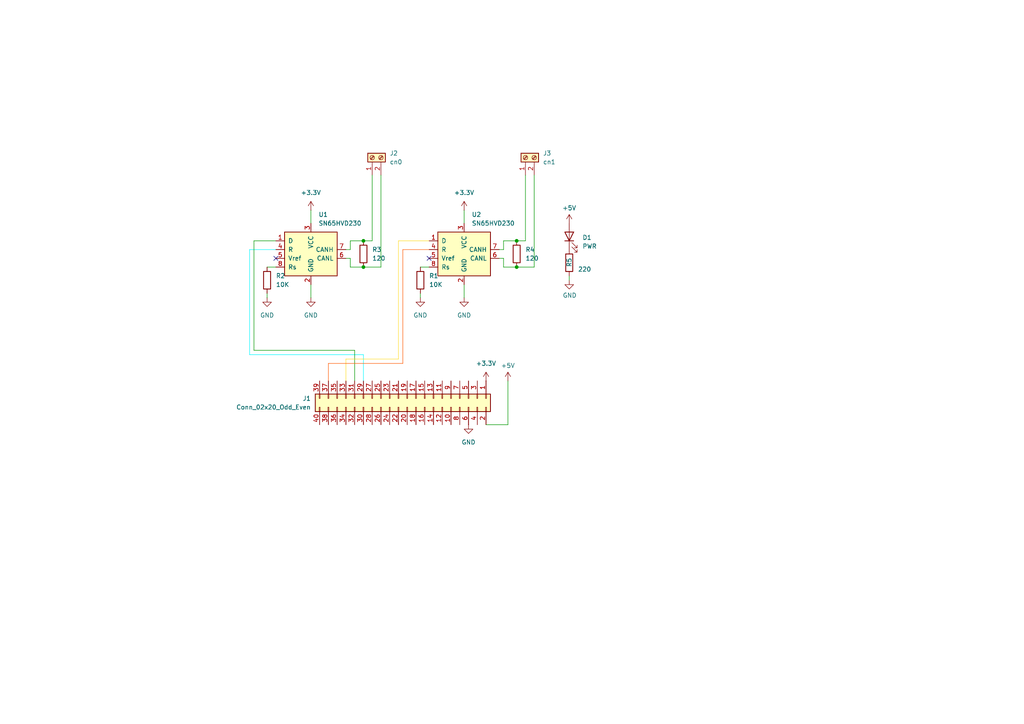
<source format=kicad_sch>
(kicad_sch
	(version 20231120)
	(generator "eeschema")
	(generator_version "8.0")
	(uuid "2f32464a-a39e-47b6-be06-5114910e0243")
	(paper "A4")
	(lib_symbols
		(symbol "+5V_1"
			(power)
			(pin_names
				(offset 0)
			)
			(exclude_from_sim no)
			(in_bom yes)
			(on_board yes)
			(property "Reference" "#PWR"
				(at 0 -3.81 0)
				(effects
					(font
						(size 1.27 1.27)
					)
					(hide yes)
				)
			)
			(property "Value" "+5V_1"
				(at 0 3.556 0)
				(effects
					(font
						(size 1.27 1.27)
					)
				)
			)
			(property "Footprint" ""
				(at 0 0 0)
				(effects
					(font
						(size 1.27 1.27)
					)
					(hide yes)
				)
			)
			(property "Datasheet" ""
				(at 0 0 0)
				(effects
					(font
						(size 1.27 1.27)
					)
					(hide yes)
				)
			)
			(property "Description" "Power symbol creates a global label with name \"+5V\""
				(at 0 0 0)
				(effects
					(font
						(size 1.27 1.27)
					)
					(hide yes)
				)
			)
			(property "ki_keywords" "global power"
				(at 0 0 0)
				(effects
					(font
						(size 1.27 1.27)
					)
					(hide yes)
				)
			)
			(symbol "+5V_1_0_1"
				(polyline
					(pts
						(xy -0.762 1.27) (xy 0 2.54)
					)
					(stroke
						(width 0)
						(type default)
					)
					(fill
						(type none)
					)
				)
				(polyline
					(pts
						(xy 0 0) (xy 0 2.54)
					)
					(stroke
						(width 0)
						(type default)
					)
					(fill
						(type none)
					)
				)
				(polyline
					(pts
						(xy 0 2.54) (xy 0.762 1.27)
					)
					(stroke
						(width 0)
						(type default)
					)
					(fill
						(type none)
					)
				)
			)
			(symbol "+5V_1_1_1"
				(pin power_in line
					(at 0 0 90)
					(length 0) hide
					(name "+5V"
						(effects
							(font
								(size 1.27 1.27)
							)
						)
					)
					(number "1"
						(effects
							(font
								(size 1.27 1.27)
							)
						)
					)
				)
			)
		)
		(symbol "Connector:Screw_Terminal_01x02"
			(pin_names
				(offset 1.016) hide)
			(exclude_from_sim no)
			(in_bom yes)
			(on_board yes)
			(property "Reference" "J"
				(at 0 2.54 0)
				(effects
					(font
						(size 1.27 1.27)
					)
				)
			)
			(property "Value" "Screw_Terminal_01x02"
				(at 0 -5.08 0)
				(effects
					(font
						(size 1.27 1.27)
					)
				)
			)
			(property "Footprint" ""
				(at 0 0 0)
				(effects
					(font
						(size 1.27 1.27)
					)
					(hide yes)
				)
			)
			(property "Datasheet" "~"
				(at 0 0 0)
				(effects
					(font
						(size 1.27 1.27)
					)
					(hide yes)
				)
			)
			(property "Description" "Generic screw terminal, single row, 01x02, script generated (kicad-library-utils/schlib/autogen/connector/)"
				(at 0 0 0)
				(effects
					(font
						(size 1.27 1.27)
					)
					(hide yes)
				)
			)
			(property "ki_keywords" "screw terminal"
				(at 0 0 0)
				(effects
					(font
						(size 1.27 1.27)
					)
					(hide yes)
				)
			)
			(property "ki_fp_filters" "TerminalBlock*:*"
				(at 0 0 0)
				(effects
					(font
						(size 1.27 1.27)
					)
					(hide yes)
				)
			)
			(symbol "Screw_Terminal_01x02_1_1"
				(rectangle
					(start -1.27 1.27)
					(end 1.27 -3.81)
					(stroke
						(width 0.254)
						(type default)
					)
					(fill
						(type background)
					)
				)
				(circle
					(center 0 -2.54)
					(radius 0.635)
					(stroke
						(width 0.1524)
						(type default)
					)
					(fill
						(type none)
					)
				)
				(polyline
					(pts
						(xy -0.5334 -2.2098) (xy 0.3302 -3.048)
					)
					(stroke
						(width 0.1524)
						(type default)
					)
					(fill
						(type none)
					)
				)
				(polyline
					(pts
						(xy -0.5334 0.3302) (xy 0.3302 -0.508)
					)
					(stroke
						(width 0.1524)
						(type default)
					)
					(fill
						(type none)
					)
				)
				(polyline
					(pts
						(xy -0.3556 -2.032) (xy 0.508 -2.8702)
					)
					(stroke
						(width 0.1524)
						(type default)
					)
					(fill
						(type none)
					)
				)
				(polyline
					(pts
						(xy -0.3556 0.508) (xy 0.508 -0.3302)
					)
					(stroke
						(width 0.1524)
						(type default)
					)
					(fill
						(type none)
					)
				)
				(circle
					(center 0 0)
					(radius 0.635)
					(stroke
						(width 0.1524)
						(type default)
					)
					(fill
						(type none)
					)
				)
				(pin passive line
					(at -5.08 0 0)
					(length 3.81)
					(name "Pin_1"
						(effects
							(font
								(size 1.27 1.27)
							)
						)
					)
					(number "1"
						(effects
							(font
								(size 1.27 1.27)
							)
						)
					)
				)
				(pin passive line
					(at -5.08 -2.54 0)
					(length 3.81)
					(name "Pin_2"
						(effects
							(font
								(size 1.27 1.27)
							)
						)
					)
					(number "2"
						(effects
							(font
								(size 1.27 1.27)
							)
						)
					)
				)
			)
		)
		(symbol "Connector_Generic:Conn_02x20_Odd_Even"
			(pin_names
				(offset 1.016) hide)
			(exclude_from_sim no)
			(in_bom yes)
			(on_board yes)
			(property "Reference" "J"
				(at 1.27 25.4 0)
				(effects
					(font
						(size 1.27 1.27)
					)
				)
			)
			(property "Value" "Conn_02x20_Odd_Even"
				(at 1.27 -27.94 0)
				(effects
					(font
						(size 1.27 1.27)
					)
				)
			)
			(property "Footprint" ""
				(at 0 0 0)
				(effects
					(font
						(size 1.27 1.27)
					)
					(hide yes)
				)
			)
			(property "Datasheet" "~"
				(at 0 0 0)
				(effects
					(font
						(size 1.27 1.27)
					)
					(hide yes)
				)
			)
			(property "Description" "Generic connector, double row, 02x20, odd/even pin numbering scheme (row 1 odd numbers, row 2 even numbers), script generated (kicad-library-utils/schlib/autogen/connector/)"
				(at 0 0 0)
				(effects
					(font
						(size 1.27 1.27)
					)
					(hide yes)
				)
			)
			(property "ki_keywords" "connector"
				(at 0 0 0)
				(effects
					(font
						(size 1.27 1.27)
					)
					(hide yes)
				)
			)
			(property "ki_fp_filters" "Connector*:*_2x??_*"
				(at 0 0 0)
				(effects
					(font
						(size 1.27 1.27)
					)
					(hide yes)
				)
			)
			(symbol "Conn_02x20_Odd_Even_1_1"
				(rectangle
					(start -1.27 -25.273)
					(end 0 -25.527)
					(stroke
						(width 0.1524)
						(type default)
					)
					(fill
						(type none)
					)
				)
				(rectangle
					(start -1.27 -22.733)
					(end 0 -22.987)
					(stroke
						(width 0.1524)
						(type default)
					)
					(fill
						(type none)
					)
				)
				(rectangle
					(start -1.27 -20.193)
					(end 0 -20.447)
					(stroke
						(width 0.1524)
						(type default)
					)
					(fill
						(type none)
					)
				)
				(rectangle
					(start -1.27 -17.653)
					(end 0 -17.907)
					(stroke
						(width 0.1524)
						(type default)
					)
					(fill
						(type none)
					)
				)
				(rectangle
					(start -1.27 -15.113)
					(end 0 -15.367)
					(stroke
						(width 0.1524)
						(type default)
					)
					(fill
						(type none)
					)
				)
				(rectangle
					(start -1.27 -12.573)
					(end 0 -12.827)
					(stroke
						(width 0.1524)
						(type default)
					)
					(fill
						(type none)
					)
				)
				(rectangle
					(start -1.27 -10.033)
					(end 0 -10.287)
					(stroke
						(width 0.1524)
						(type default)
					)
					(fill
						(type none)
					)
				)
				(rectangle
					(start -1.27 -7.493)
					(end 0 -7.747)
					(stroke
						(width 0.1524)
						(type default)
					)
					(fill
						(type none)
					)
				)
				(rectangle
					(start -1.27 -4.953)
					(end 0 -5.207)
					(stroke
						(width 0.1524)
						(type default)
					)
					(fill
						(type none)
					)
				)
				(rectangle
					(start -1.27 -2.413)
					(end 0 -2.667)
					(stroke
						(width 0.1524)
						(type default)
					)
					(fill
						(type none)
					)
				)
				(rectangle
					(start -1.27 0.127)
					(end 0 -0.127)
					(stroke
						(width 0.1524)
						(type default)
					)
					(fill
						(type none)
					)
				)
				(rectangle
					(start -1.27 2.667)
					(end 0 2.413)
					(stroke
						(width 0.1524)
						(type default)
					)
					(fill
						(type none)
					)
				)
				(rectangle
					(start -1.27 5.207)
					(end 0 4.953)
					(stroke
						(width 0.1524)
						(type default)
					)
					(fill
						(type none)
					)
				)
				(rectangle
					(start -1.27 7.747)
					(end 0 7.493)
					(stroke
						(width 0.1524)
						(type default)
					)
					(fill
						(type none)
					)
				)
				(rectangle
					(start -1.27 10.287)
					(end 0 10.033)
					(stroke
						(width 0.1524)
						(type default)
					)
					(fill
						(type none)
					)
				)
				(rectangle
					(start -1.27 12.827)
					(end 0 12.573)
					(stroke
						(width 0.1524)
						(type default)
					)
					(fill
						(type none)
					)
				)
				(rectangle
					(start -1.27 15.367)
					(end 0 15.113)
					(stroke
						(width 0.1524)
						(type default)
					)
					(fill
						(type none)
					)
				)
				(rectangle
					(start -1.27 17.907)
					(end 0 17.653)
					(stroke
						(width 0.1524)
						(type default)
					)
					(fill
						(type none)
					)
				)
				(rectangle
					(start -1.27 20.447)
					(end 0 20.193)
					(stroke
						(width 0.1524)
						(type default)
					)
					(fill
						(type none)
					)
				)
				(rectangle
					(start -1.27 22.987)
					(end 0 22.733)
					(stroke
						(width 0.1524)
						(type default)
					)
					(fill
						(type none)
					)
				)
				(rectangle
					(start -1.27 24.13)
					(end 3.81 -26.67)
					(stroke
						(width 0.254)
						(type default)
					)
					(fill
						(type background)
					)
				)
				(rectangle
					(start 3.81 -25.273)
					(end 2.54 -25.527)
					(stroke
						(width 0.1524)
						(type default)
					)
					(fill
						(type none)
					)
				)
				(rectangle
					(start 3.81 -22.733)
					(end 2.54 -22.987)
					(stroke
						(width 0.1524)
						(type default)
					)
					(fill
						(type none)
					)
				)
				(rectangle
					(start 3.81 -20.193)
					(end 2.54 -20.447)
					(stroke
						(width 0.1524)
						(type default)
					)
					(fill
						(type none)
					)
				)
				(rectangle
					(start 3.81 -17.653)
					(end 2.54 -17.907)
					(stroke
						(width 0.1524)
						(type default)
					)
					(fill
						(type none)
					)
				)
				(rectangle
					(start 3.81 -15.113)
					(end 2.54 -15.367)
					(stroke
						(width 0.1524)
						(type default)
					)
					(fill
						(type none)
					)
				)
				(rectangle
					(start 3.81 -12.573)
					(end 2.54 -12.827)
					(stroke
						(width 0.1524)
						(type default)
					)
					(fill
						(type none)
					)
				)
				(rectangle
					(start 3.81 -10.033)
					(end 2.54 -10.287)
					(stroke
						(width 0.1524)
						(type default)
					)
					(fill
						(type none)
					)
				)
				(rectangle
					(start 3.81 -7.493)
					(end 2.54 -7.747)
					(stroke
						(width 0.1524)
						(type default)
					)
					(fill
						(type none)
					)
				)
				(rectangle
					(start 3.81 -4.953)
					(end 2.54 -5.207)
					(stroke
						(width 0.1524)
						(type default)
					)
					(fill
						(type none)
					)
				)
				(rectangle
					(start 3.81 -2.413)
					(end 2.54 -2.667)
					(stroke
						(width 0.1524)
						(type default)
					)
					(fill
						(type none)
					)
				)
				(rectangle
					(start 3.81 0.127)
					(end 2.54 -0.127)
					(stroke
						(width 0.1524)
						(type default)
					)
					(fill
						(type none)
					)
				)
				(rectangle
					(start 3.81 2.667)
					(end 2.54 2.413)
					(stroke
						(width 0.1524)
						(type default)
					)
					(fill
						(type none)
					)
				)
				(rectangle
					(start 3.81 5.207)
					(end 2.54 4.953)
					(stroke
						(width 0.1524)
						(type default)
					)
					(fill
						(type none)
					)
				)
				(rectangle
					(start 3.81 7.747)
					(end 2.54 7.493)
					(stroke
						(width 0.1524)
						(type default)
					)
					(fill
						(type none)
					)
				)
				(rectangle
					(start 3.81 10.287)
					(end 2.54 10.033)
					(stroke
						(width 0.1524)
						(type default)
					)
					(fill
						(type none)
					)
				)
				(rectangle
					(start 3.81 12.827)
					(end 2.54 12.573)
					(stroke
						(width 0.1524)
						(type default)
					)
					(fill
						(type none)
					)
				)
				(rectangle
					(start 3.81 15.367)
					(end 2.54 15.113)
					(stroke
						(width 0.1524)
						(type default)
					)
					(fill
						(type none)
					)
				)
				(rectangle
					(start 3.81 17.907)
					(end 2.54 17.653)
					(stroke
						(width 0.1524)
						(type default)
					)
					(fill
						(type none)
					)
				)
				(rectangle
					(start 3.81 20.447)
					(end 2.54 20.193)
					(stroke
						(width 0.1524)
						(type default)
					)
					(fill
						(type none)
					)
				)
				(rectangle
					(start 3.81 22.987)
					(end 2.54 22.733)
					(stroke
						(width 0.1524)
						(type default)
					)
					(fill
						(type none)
					)
				)
				(pin passive line
					(at -5.08 22.86 0)
					(length 3.81)
					(name "Pin_1"
						(effects
							(font
								(size 1.27 1.27)
							)
						)
					)
					(number "1"
						(effects
							(font
								(size 1.27 1.27)
							)
						)
					)
				)
				(pin passive line
					(at 7.62 12.7 180)
					(length 3.81)
					(name "Pin_10"
						(effects
							(font
								(size 1.27 1.27)
							)
						)
					)
					(number "10"
						(effects
							(font
								(size 1.27 1.27)
							)
						)
					)
				)
				(pin passive line
					(at -5.08 10.16 0)
					(length 3.81)
					(name "Pin_11"
						(effects
							(font
								(size 1.27 1.27)
							)
						)
					)
					(number "11"
						(effects
							(font
								(size 1.27 1.27)
							)
						)
					)
				)
				(pin passive line
					(at 7.62 10.16 180)
					(length 3.81)
					(name "Pin_12"
						(effects
							(font
								(size 1.27 1.27)
							)
						)
					)
					(number "12"
						(effects
							(font
								(size 1.27 1.27)
							)
						)
					)
				)
				(pin passive line
					(at -5.08 7.62 0)
					(length 3.81)
					(name "Pin_13"
						(effects
							(font
								(size 1.27 1.27)
							)
						)
					)
					(number "13"
						(effects
							(font
								(size 1.27 1.27)
							)
						)
					)
				)
				(pin passive line
					(at 7.62 7.62 180)
					(length 3.81)
					(name "Pin_14"
						(effects
							(font
								(size 1.27 1.27)
							)
						)
					)
					(number "14"
						(effects
							(font
								(size 1.27 1.27)
							)
						)
					)
				)
				(pin passive line
					(at -5.08 5.08 0)
					(length 3.81)
					(name "Pin_15"
						(effects
							(font
								(size 1.27 1.27)
							)
						)
					)
					(number "15"
						(effects
							(font
								(size 1.27 1.27)
							)
						)
					)
				)
				(pin passive line
					(at 7.62 5.08 180)
					(length 3.81)
					(name "Pin_16"
						(effects
							(font
								(size 1.27 1.27)
							)
						)
					)
					(number "16"
						(effects
							(font
								(size 1.27 1.27)
							)
						)
					)
				)
				(pin passive line
					(at -5.08 2.54 0)
					(length 3.81)
					(name "Pin_17"
						(effects
							(font
								(size 1.27 1.27)
							)
						)
					)
					(number "17"
						(effects
							(font
								(size 1.27 1.27)
							)
						)
					)
				)
				(pin passive line
					(at 7.62 2.54 180)
					(length 3.81)
					(name "Pin_18"
						(effects
							(font
								(size 1.27 1.27)
							)
						)
					)
					(number "18"
						(effects
							(font
								(size 1.27 1.27)
							)
						)
					)
				)
				(pin passive line
					(at -5.08 0 0)
					(length 3.81)
					(name "Pin_19"
						(effects
							(font
								(size 1.27 1.27)
							)
						)
					)
					(number "19"
						(effects
							(font
								(size 1.27 1.27)
							)
						)
					)
				)
				(pin passive line
					(at 7.62 22.86 180)
					(length 3.81)
					(name "Pin_2"
						(effects
							(font
								(size 1.27 1.27)
							)
						)
					)
					(number "2"
						(effects
							(font
								(size 1.27 1.27)
							)
						)
					)
				)
				(pin passive line
					(at 7.62 0 180)
					(length 3.81)
					(name "Pin_20"
						(effects
							(font
								(size 1.27 1.27)
							)
						)
					)
					(number "20"
						(effects
							(font
								(size 1.27 1.27)
							)
						)
					)
				)
				(pin passive line
					(at -5.08 -2.54 0)
					(length 3.81)
					(name "Pin_21"
						(effects
							(font
								(size 1.27 1.27)
							)
						)
					)
					(number "21"
						(effects
							(font
								(size 1.27 1.27)
							)
						)
					)
				)
				(pin passive line
					(at 7.62 -2.54 180)
					(length 3.81)
					(name "Pin_22"
						(effects
							(font
								(size 1.27 1.27)
							)
						)
					)
					(number "22"
						(effects
							(font
								(size 1.27 1.27)
							)
						)
					)
				)
				(pin passive line
					(at -5.08 -5.08 0)
					(length 3.81)
					(name "Pin_23"
						(effects
							(font
								(size 1.27 1.27)
							)
						)
					)
					(number "23"
						(effects
							(font
								(size 1.27 1.27)
							)
						)
					)
				)
				(pin passive line
					(at 7.62 -5.08 180)
					(length 3.81)
					(name "Pin_24"
						(effects
							(font
								(size 1.27 1.27)
							)
						)
					)
					(number "24"
						(effects
							(font
								(size 1.27 1.27)
							)
						)
					)
				)
				(pin passive line
					(at -5.08 -7.62 0)
					(length 3.81)
					(name "Pin_25"
						(effects
							(font
								(size 1.27 1.27)
							)
						)
					)
					(number "25"
						(effects
							(font
								(size 1.27 1.27)
							)
						)
					)
				)
				(pin passive line
					(at 7.62 -7.62 180)
					(length 3.81)
					(name "Pin_26"
						(effects
							(font
								(size 1.27 1.27)
							)
						)
					)
					(number "26"
						(effects
							(font
								(size 1.27 1.27)
							)
						)
					)
				)
				(pin passive line
					(at -5.08 -10.16 0)
					(length 3.81)
					(name "Pin_27"
						(effects
							(font
								(size 1.27 1.27)
							)
						)
					)
					(number "27"
						(effects
							(font
								(size 1.27 1.27)
							)
						)
					)
				)
				(pin passive line
					(at 7.62 -10.16 180)
					(length 3.81)
					(name "Pin_28"
						(effects
							(font
								(size 1.27 1.27)
							)
						)
					)
					(number "28"
						(effects
							(font
								(size 1.27 1.27)
							)
						)
					)
				)
				(pin passive line
					(at -5.08 -12.7 0)
					(length 3.81)
					(name "Pin_29"
						(effects
							(font
								(size 1.27 1.27)
							)
						)
					)
					(number "29"
						(effects
							(font
								(size 1.27 1.27)
							)
						)
					)
				)
				(pin passive line
					(at -5.08 20.32 0)
					(length 3.81)
					(name "Pin_3"
						(effects
							(font
								(size 1.27 1.27)
							)
						)
					)
					(number "3"
						(effects
							(font
								(size 1.27 1.27)
							)
						)
					)
				)
				(pin passive line
					(at 7.62 -12.7 180)
					(length 3.81)
					(name "Pin_30"
						(effects
							(font
								(size 1.27 1.27)
							)
						)
					)
					(number "30"
						(effects
							(font
								(size 1.27 1.27)
							)
						)
					)
				)
				(pin passive line
					(at -5.08 -15.24 0)
					(length 3.81)
					(name "Pin_31"
						(effects
							(font
								(size 1.27 1.27)
							)
						)
					)
					(number "31"
						(effects
							(font
								(size 1.27 1.27)
							)
						)
					)
				)
				(pin passive line
					(at 7.62 -15.24 180)
					(length 3.81)
					(name "Pin_32"
						(effects
							(font
								(size 1.27 1.27)
							)
						)
					)
					(number "32"
						(effects
							(font
								(size 1.27 1.27)
							)
						)
					)
				)
				(pin passive line
					(at -5.08 -17.78 0)
					(length 3.81)
					(name "Pin_33"
						(effects
							(font
								(size 1.27 1.27)
							)
						)
					)
					(number "33"
						(effects
							(font
								(size 1.27 1.27)
							)
						)
					)
				)
				(pin passive line
					(at 7.62 -17.78 180)
					(length 3.81)
					(name "Pin_34"
						(effects
							(font
								(size 1.27 1.27)
							)
						)
					)
					(number "34"
						(effects
							(font
								(size 1.27 1.27)
							)
						)
					)
				)
				(pin passive line
					(at -5.08 -20.32 0)
					(length 3.81)
					(name "Pin_35"
						(effects
							(font
								(size 1.27 1.27)
							)
						)
					)
					(number "35"
						(effects
							(font
								(size 1.27 1.27)
							)
						)
					)
				)
				(pin passive line
					(at 7.62 -20.32 180)
					(length 3.81)
					(name "Pin_36"
						(effects
							(font
								(size 1.27 1.27)
							)
						)
					)
					(number "36"
						(effects
							(font
								(size 1.27 1.27)
							)
						)
					)
				)
				(pin passive line
					(at -5.08 -22.86 0)
					(length 3.81)
					(name "Pin_37"
						(effects
							(font
								(size 1.27 1.27)
							)
						)
					)
					(number "37"
						(effects
							(font
								(size 1.27 1.27)
							)
						)
					)
				)
				(pin passive line
					(at 7.62 -22.86 180)
					(length 3.81)
					(name "Pin_38"
						(effects
							(font
								(size 1.27 1.27)
							)
						)
					)
					(number "38"
						(effects
							(font
								(size 1.27 1.27)
							)
						)
					)
				)
				(pin passive line
					(at -5.08 -25.4 0)
					(length 3.81)
					(name "Pin_39"
						(effects
							(font
								(size 1.27 1.27)
							)
						)
					)
					(number "39"
						(effects
							(font
								(size 1.27 1.27)
							)
						)
					)
				)
				(pin passive line
					(at 7.62 20.32 180)
					(length 3.81)
					(name "Pin_4"
						(effects
							(font
								(size 1.27 1.27)
							)
						)
					)
					(number "4"
						(effects
							(font
								(size 1.27 1.27)
							)
						)
					)
				)
				(pin passive line
					(at 7.62 -25.4 180)
					(length 3.81)
					(name "Pin_40"
						(effects
							(font
								(size 1.27 1.27)
							)
						)
					)
					(number "40"
						(effects
							(font
								(size 1.27 1.27)
							)
						)
					)
				)
				(pin passive line
					(at -5.08 17.78 0)
					(length 3.81)
					(name "Pin_5"
						(effects
							(font
								(size 1.27 1.27)
							)
						)
					)
					(number "5"
						(effects
							(font
								(size 1.27 1.27)
							)
						)
					)
				)
				(pin passive line
					(at 7.62 17.78 180)
					(length 3.81)
					(name "Pin_6"
						(effects
							(font
								(size 1.27 1.27)
							)
						)
					)
					(number "6"
						(effects
							(font
								(size 1.27 1.27)
							)
						)
					)
				)
				(pin passive line
					(at -5.08 15.24 0)
					(length 3.81)
					(name "Pin_7"
						(effects
							(font
								(size 1.27 1.27)
							)
						)
					)
					(number "7"
						(effects
							(font
								(size 1.27 1.27)
							)
						)
					)
				)
				(pin passive line
					(at 7.62 15.24 180)
					(length 3.81)
					(name "Pin_8"
						(effects
							(font
								(size 1.27 1.27)
							)
						)
					)
					(number "8"
						(effects
							(font
								(size 1.27 1.27)
							)
						)
					)
				)
				(pin passive line
					(at -5.08 12.7 0)
					(length 3.81)
					(name "Pin_9"
						(effects
							(font
								(size 1.27 1.27)
							)
						)
					)
					(number "9"
						(effects
							(font
								(size 1.27 1.27)
							)
						)
					)
				)
			)
		)
		(symbol "Device:LED"
			(pin_numbers hide)
			(pin_names
				(offset 1.016) hide)
			(exclude_from_sim no)
			(in_bom yes)
			(on_board yes)
			(property "Reference" "D"
				(at 0 2.54 0)
				(effects
					(font
						(size 1.27 1.27)
					)
				)
			)
			(property "Value" "LED"
				(at 0 -2.54 0)
				(effects
					(font
						(size 1.27 1.27)
					)
				)
			)
			(property "Footprint" ""
				(at 0 0 0)
				(effects
					(font
						(size 1.27 1.27)
					)
					(hide yes)
				)
			)
			(property "Datasheet" "~"
				(at 0 0 0)
				(effects
					(font
						(size 1.27 1.27)
					)
					(hide yes)
				)
			)
			(property "Description" "Light emitting diode"
				(at 0 0 0)
				(effects
					(font
						(size 1.27 1.27)
					)
					(hide yes)
				)
			)
			(property "ki_keywords" "LED diode"
				(at 0 0 0)
				(effects
					(font
						(size 1.27 1.27)
					)
					(hide yes)
				)
			)
			(property "ki_fp_filters" "LED* LED_SMD:* LED_THT:*"
				(at 0 0 0)
				(effects
					(font
						(size 1.27 1.27)
					)
					(hide yes)
				)
			)
			(symbol "LED_0_1"
				(polyline
					(pts
						(xy -1.27 -1.27) (xy -1.27 1.27)
					)
					(stroke
						(width 0.254)
						(type default)
					)
					(fill
						(type none)
					)
				)
				(polyline
					(pts
						(xy -1.27 0) (xy 1.27 0)
					)
					(stroke
						(width 0)
						(type default)
					)
					(fill
						(type none)
					)
				)
				(polyline
					(pts
						(xy 1.27 -1.27) (xy 1.27 1.27) (xy -1.27 0) (xy 1.27 -1.27)
					)
					(stroke
						(width 0.254)
						(type default)
					)
					(fill
						(type none)
					)
				)
				(polyline
					(pts
						(xy -3.048 -0.762) (xy -4.572 -2.286) (xy -3.81 -2.286) (xy -4.572 -2.286) (xy -4.572 -1.524)
					)
					(stroke
						(width 0)
						(type default)
					)
					(fill
						(type none)
					)
				)
				(polyline
					(pts
						(xy -1.778 -0.762) (xy -3.302 -2.286) (xy -2.54 -2.286) (xy -3.302 -2.286) (xy -3.302 -1.524)
					)
					(stroke
						(width 0)
						(type default)
					)
					(fill
						(type none)
					)
				)
			)
			(symbol "LED_1_1"
				(pin passive line
					(at -3.81 0 0)
					(length 2.54)
					(name "K"
						(effects
							(font
								(size 1.27 1.27)
							)
						)
					)
					(number "1"
						(effects
							(font
								(size 1.27 1.27)
							)
						)
					)
				)
				(pin passive line
					(at 3.81 0 180)
					(length 2.54)
					(name "A"
						(effects
							(font
								(size 1.27 1.27)
							)
						)
					)
					(number "2"
						(effects
							(font
								(size 1.27 1.27)
							)
						)
					)
				)
			)
		)
		(symbol "Device:R"
			(pin_numbers hide)
			(pin_names
				(offset 0)
			)
			(exclude_from_sim no)
			(in_bom yes)
			(on_board yes)
			(property "Reference" "R"
				(at 2.032 0 90)
				(effects
					(font
						(size 1.27 1.27)
					)
				)
			)
			(property "Value" "R"
				(at 0 0 90)
				(effects
					(font
						(size 1.27 1.27)
					)
				)
			)
			(property "Footprint" ""
				(at -1.778 0 90)
				(effects
					(font
						(size 1.27 1.27)
					)
					(hide yes)
				)
			)
			(property "Datasheet" "~"
				(at 0 0 0)
				(effects
					(font
						(size 1.27 1.27)
					)
					(hide yes)
				)
			)
			(property "Description" "Resistor"
				(at 0 0 0)
				(effects
					(font
						(size 1.27 1.27)
					)
					(hide yes)
				)
			)
			(property "ki_keywords" "R res resistor"
				(at 0 0 0)
				(effects
					(font
						(size 1.27 1.27)
					)
					(hide yes)
				)
			)
			(property "ki_fp_filters" "R_*"
				(at 0 0 0)
				(effects
					(font
						(size 1.27 1.27)
					)
					(hide yes)
				)
			)
			(symbol "R_0_1"
				(rectangle
					(start -1.016 -2.54)
					(end 1.016 2.54)
					(stroke
						(width 0.254)
						(type default)
					)
					(fill
						(type none)
					)
				)
			)
			(symbol "R_1_1"
				(pin passive line
					(at 0 3.81 270)
					(length 1.27)
					(name "~"
						(effects
							(font
								(size 1.27 1.27)
							)
						)
					)
					(number "1"
						(effects
							(font
								(size 1.27 1.27)
							)
						)
					)
				)
				(pin passive line
					(at 0 -3.81 90)
					(length 1.27)
					(name "~"
						(effects
							(font
								(size 1.27 1.27)
							)
						)
					)
					(number "2"
						(effects
							(font
								(size 1.27 1.27)
							)
						)
					)
				)
			)
		)
		(symbol "Interface_CAN_LIN:SN65HVD230"
			(pin_names
				(offset 1.016)
			)
			(exclude_from_sim no)
			(in_bom yes)
			(on_board yes)
			(property "Reference" "U"
				(at -2.54 10.16 0)
				(effects
					(font
						(size 1.27 1.27)
					)
					(justify right)
				)
			)
			(property "Value" "SN65HVD230"
				(at -2.54 7.62 0)
				(effects
					(font
						(size 1.27 1.27)
					)
					(justify right)
				)
			)
			(property "Footprint" "Package_SO:SOIC-8_3.9x4.9mm_P1.27mm"
				(at 0 -12.7 0)
				(effects
					(font
						(size 1.27 1.27)
					)
					(hide yes)
				)
			)
			(property "Datasheet" "http://www.ti.com/lit/ds/symlink/sn65hvd230.pdf"
				(at -2.54 10.16 0)
				(effects
					(font
						(size 1.27 1.27)
					)
					(hide yes)
				)
			)
			(property "Description" "CAN Bus Transceivers, 3.3V, 1Mbps, Low-Power capabilities, SOIC-8"
				(at 0 0 0)
				(effects
					(font
						(size 1.27 1.27)
					)
					(hide yes)
				)
			)
			(property "ki_keywords" "can transeiver ti low-power"
				(at 0 0 0)
				(effects
					(font
						(size 1.27 1.27)
					)
					(hide yes)
				)
			)
			(property "ki_fp_filters" "SOIC*3.9x4.9mm*P1.27mm*"
				(at 0 0 0)
				(effects
					(font
						(size 1.27 1.27)
					)
					(hide yes)
				)
			)
			(symbol "SN65HVD230_0_1"
				(rectangle
					(start -7.62 5.08)
					(end 7.62 -7.62)
					(stroke
						(width 0.254)
						(type default)
					)
					(fill
						(type background)
					)
				)
			)
			(symbol "SN65HVD230_1_1"
				(pin input line
					(at -10.16 2.54 0)
					(length 2.54)
					(name "D"
						(effects
							(font
								(size 1.27 1.27)
							)
						)
					)
					(number "1"
						(effects
							(font
								(size 1.27 1.27)
							)
						)
					)
				)
				(pin power_in line
					(at 0 -10.16 90)
					(length 2.54)
					(name "GND"
						(effects
							(font
								(size 1.27 1.27)
							)
						)
					)
					(number "2"
						(effects
							(font
								(size 1.27 1.27)
							)
						)
					)
				)
				(pin power_in line
					(at 0 7.62 270)
					(length 2.54)
					(name "VCC"
						(effects
							(font
								(size 1.27 1.27)
							)
						)
					)
					(number "3"
						(effects
							(font
								(size 1.27 1.27)
							)
						)
					)
				)
				(pin output line
					(at -10.16 0 0)
					(length 2.54)
					(name "R"
						(effects
							(font
								(size 1.27 1.27)
							)
						)
					)
					(number "4"
						(effects
							(font
								(size 1.27 1.27)
							)
						)
					)
				)
				(pin output line
					(at -10.16 -2.54 0)
					(length 2.54)
					(name "Vref"
						(effects
							(font
								(size 1.27 1.27)
							)
						)
					)
					(number "5"
						(effects
							(font
								(size 1.27 1.27)
							)
						)
					)
				)
				(pin bidirectional line
					(at 10.16 -2.54 180)
					(length 2.54)
					(name "CANL"
						(effects
							(font
								(size 1.27 1.27)
							)
						)
					)
					(number "6"
						(effects
							(font
								(size 1.27 1.27)
							)
						)
					)
				)
				(pin bidirectional line
					(at 10.16 0 180)
					(length 2.54)
					(name "CANH"
						(effects
							(font
								(size 1.27 1.27)
							)
						)
					)
					(number "7"
						(effects
							(font
								(size 1.27 1.27)
							)
						)
					)
				)
				(pin input line
					(at -10.16 -5.08 0)
					(length 2.54)
					(name "Rs"
						(effects
							(font
								(size 1.27 1.27)
							)
						)
					)
					(number "8"
						(effects
							(font
								(size 1.27 1.27)
							)
						)
					)
				)
			)
		)
		(symbol "STRF-rescue:GND-power"
			(power)
			(pin_names
				(offset 0)
			)
			(exclude_from_sim no)
			(in_bom yes)
			(on_board yes)
			(property "Reference" "#PWR"
				(at 0 -6.35 0)
				(effects
					(font
						(size 1.27 1.27)
					)
					(hide yes)
				)
			)
			(property "Value" "power_GND"
				(at 0 -3.81 0)
				(effects
					(font
						(size 1.27 1.27)
					)
				)
			)
			(property "Footprint" ""
				(at 0 0 0)
				(effects
					(font
						(size 1.27 1.27)
					)
					(hide yes)
				)
			)
			(property "Datasheet" ""
				(at 0 0 0)
				(effects
					(font
						(size 1.27 1.27)
					)
					(hide yes)
				)
			)
			(property "Description" ""
				(at 0 0 0)
				(effects
					(font
						(size 1.27 1.27)
					)
					(hide yes)
				)
			)
			(symbol "GND-power_0_1"
				(polyline
					(pts
						(xy 0 0) (xy 0 -1.27) (xy 1.27 -1.27) (xy 0 -2.54) (xy -1.27 -1.27) (xy 0 -1.27)
					)
					(stroke
						(width 0)
						(type solid)
					)
					(fill
						(type none)
					)
				)
			)
			(symbol "GND-power_1_1"
				(pin power_in line
					(at 0 0 270)
					(length 0) hide
					(name "GND"
						(effects
							(font
								(size 1.27 1.27)
							)
						)
					)
					(number "1"
						(effects
							(font
								(size 1.27 1.27)
							)
						)
					)
				)
			)
		)
		(symbol "power:+3.3V"
			(power)
			(pin_numbers hide)
			(pin_names
				(offset 0) hide)
			(exclude_from_sim no)
			(in_bom yes)
			(on_board yes)
			(property "Reference" "#PWR"
				(at 0 -3.81 0)
				(effects
					(font
						(size 1.27 1.27)
					)
					(hide yes)
				)
			)
			(property "Value" "+3.3V"
				(at 0 3.556 0)
				(effects
					(font
						(size 1.27 1.27)
					)
				)
			)
			(property "Footprint" ""
				(at 0 0 0)
				(effects
					(font
						(size 1.27 1.27)
					)
					(hide yes)
				)
			)
			(property "Datasheet" ""
				(at 0 0 0)
				(effects
					(font
						(size 1.27 1.27)
					)
					(hide yes)
				)
			)
			(property "Description" "Power symbol creates a global label with name \"+3.3V\""
				(at 0 0 0)
				(effects
					(font
						(size 1.27 1.27)
					)
					(hide yes)
				)
			)
			(property "ki_keywords" "global power"
				(at 0 0 0)
				(effects
					(font
						(size 1.27 1.27)
					)
					(hide yes)
				)
			)
			(symbol "+3.3V_0_1"
				(polyline
					(pts
						(xy -0.762 1.27) (xy 0 2.54)
					)
					(stroke
						(width 0)
						(type default)
					)
					(fill
						(type none)
					)
				)
				(polyline
					(pts
						(xy 0 0) (xy 0 2.54)
					)
					(stroke
						(width 0)
						(type default)
					)
					(fill
						(type none)
					)
				)
				(polyline
					(pts
						(xy 0 2.54) (xy 0.762 1.27)
					)
					(stroke
						(width 0)
						(type default)
					)
					(fill
						(type none)
					)
				)
			)
			(symbol "+3.3V_1_1"
				(pin power_in line
					(at 0 0 90)
					(length 0)
					(name "~"
						(effects
							(font
								(size 1.27 1.27)
							)
						)
					)
					(number "1"
						(effects
							(font
								(size 1.27 1.27)
							)
						)
					)
				)
			)
		)
		(symbol "power:GND"
			(power)
			(pin_numbers hide)
			(pin_names
				(offset 0) hide)
			(exclude_from_sim no)
			(in_bom yes)
			(on_board yes)
			(property "Reference" "#PWR"
				(at 0 -6.35 0)
				(effects
					(font
						(size 1.27 1.27)
					)
					(hide yes)
				)
			)
			(property "Value" "GND"
				(at 0 -3.81 0)
				(effects
					(font
						(size 1.27 1.27)
					)
				)
			)
			(property "Footprint" ""
				(at 0 0 0)
				(effects
					(font
						(size 1.27 1.27)
					)
					(hide yes)
				)
			)
			(property "Datasheet" ""
				(at 0 0 0)
				(effects
					(font
						(size 1.27 1.27)
					)
					(hide yes)
				)
			)
			(property "Description" "Power symbol creates a global label with name \"GND\" , ground"
				(at 0 0 0)
				(effects
					(font
						(size 1.27 1.27)
					)
					(hide yes)
				)
			)
			(property "ki_keywords" "global power"
				(at 0 0 0)
				(effects
					(font
						(size 1.27 1.27)
					)
					(hide yes)
				)
			)
			(symbol "GND_0_1"
				(polyline
					(pts
						(xy 0 0) (xy 0 -1.27) (xy 1.27 -1.27) (xy 0 -2.54) (xy -1.27 -1.27) (xy 0 -1.27)
					)
					(stroke
						(width 0)
						(type default)
					)
					(fill
						(type none)
					)
				)
			)
			(symbol "GND_1_1"
				(pin power_in line
					(at 0 0 270)
					(length 0)
					(name "~"
						(effects
							(font
								(size 1.27 1.27)
							)
						)
					)
					(number "1"
						(effects
							(font
								(size 1.27 1.27)
							)
						)
					)
				)
			)
		)
	)
	(junction
		(at 105.41 77.47)
		(diameter 0)
		(color 0 0 0 0)
		(uuid "3dc5e5b1-f754-4985-af47-a564d40a543a")
	)
	(junction
		(at 105.41 69.85)
		(diameter 0)
		(color 0 0 0 0)
		(uuid "44d5ddc1-758c-4965-9667-a1e85013479a")
	)
	(junction
		(at 149.86 77.47)
		(diameter 0)
		(color 0 0 0 0)
		(uuid "f34e723e-e094-4c26-974e-652712733a96")
	)
	(junction
		(at 149.86 69.85)
		(diameter 0)
		(color 0 0 0 0)
		(uuid "fe59fa2f-ed25-40d7-83f5-1d9b83bb533d")
	)
	(no_connect
		(at 124.46 74.93)
		(uuid "0fadd91c-3b66-41a1-80fa-13f89514b909")
	)
	(no_connect
		(at 80.01 74.93)
		(uuid "46fd66d5-597a-4c7b-9177-e57484fcc159")
	)
	(wire
		(pts
			(xy 101.6 77.47) (xy 105.41 77.47)
		)
		(stroke
			(width 0)
			(type default)
		)
		(uuid "06e14341-9022-4258-9d8b-100ceb44461c")
	)
	(wire
		(pts
			(xy 146.05 72.39) (xy 146.05 69.85)
		)
		(stroke
			(width 0)
			(type default)
		)
		(uuid "1986cabd-a516-47e0-bd9e-4abd96cc9b12")
	)
	(wire
		(pts
			(xy 73.66 101.6) (xy 102.87 101.6)
		)
		(stroke
			(width 0)
			(type default)
		)
		(uuid "2e619529-ddea-493a-a09b-5b7eacd97893")
	)
	(wire
		(pts
			(xy 72.39 102.87) (xy 105.41 102.87)
		)
		(stroke
			(width 0)
			(type default)
			(color 4 247 255 1)
		)
		(uuid "3a6243f2-8563-4c7a-82af-40a8b16977b0")
	)
	(wire
		(pts
			(xy 152.4 69.85) (xy 149.86 69.85)
		)
		(stroke
			(width 0)
			(type default)
		)
		(uuid "40a40ea4-3cd9-490c-ba10-7017d80b1610")
	)
	(wire
		(pts
			(xy 116.84 72.39) (xy 116.84 105.41)
		)
		(stroke
			(width 0)
			(type default)
			(color 255 94 10 1)
		)
		(uuid "4a9e0b9b-629e-475f-9a3b-475ce11b2b70")
	)
	(wire
		(pts
			(xy 90.17 82.55) (xy 90.17 86.36)
		)
		(stroke
			(width 0)
			(type default)
		)
		(uuid "4ac64337-6123-46d6-bcd2-9fd7d76636e3")
	)
	(wire
		(pts
			(xy 95.25 105.41) (xy 95.25 110.49)
		)
		(stroke
			(width 0)
			(type default)
			(color 255 94 10 1)
		)
		(uuid "549cf54e-f991-4d2f-a389-63a0c3221b8e")
	)
	(wire
		(pts
			(xy 115.57 69.85) (xy 115.57 104.14)
		)
		(stroke
			(width 0)
			(type default)
			(color 255 222 46 1)
		)
		(uuid "597bb535-2b50-4472-b713-7a10e1c04249")
	)
	(wire
		(pts
			(xy 146.05 69.85) (xy 149.86 69.85)
		)
		(stroke
			(width 0)
			(type default)
		)
		(uuid "5b5d396e-ce8a-4600-9c7b-c775f1ae8578")
	)
	(wire
		(pts
			(xy 100.33 74.93) (xy 101.6 74.93)
		)
		(stroke
			(width 0)
			(type default)
		)
		(uuid "63019b02-563b-4865-8e27-15fb4fcadf95")
	)
	(wire
		(pts
			(xy 115.57 104.14) (xy 100.33 104.14)
		)
		(stroke
			(width 0)
			(type default)
			(color 255 222 46 1)
		)
		(uuid "65d64cdd-0b75-4242-a5ff-d28709e604d7")
	)
	(wire
		(pts
			(xy 144.78 72.39) (xy 146.05 72.39)
		)
		(stroke
			(width 0)
			(type default)
		)
		(uuid "6eae7b26-42d7-495c-bec1-d464c133b9ef")
	)
	(wire
		(pts
			(xy 101.6 69.85) (xy 105.41 69.85)
		)
		(stroke
			(width 0)
			(type default)
		)
		(uuid "6f795686-90e5-4a66-a686-e399a24df0c4")
	)
	(wire
		(pts
			(xy 121.92 85.09) (xy 121.92 86.36)
		)
		(stroke
			(width 0)
			(type default)
		)
		(uuid "75754752-7b87-4641-b0ba-dd500f2ec20f")
	)
	(wire
		(pts
			(xy 107.95 69.85) (xy 105.41 69.85)
		)
		(stroke
			(width 0)
			(type default)
		)
		(uuid "75b031a2-b4e9-41fd-8194-75ec0bc81f78")
	)
	(wire
		(pts
			(xy 154.94 50.8) (xy 154.94 77.47)
		)
		(stroke
			(width 0)
			(type default)
		)
		(uuid "78e8d79a-09bc-4633-810f-47ca8ca9650a")
	)
	(wire
		(pts
			(xy 102.87 101.6) (xy 102.87 110.49)
		)
		(stroke
			(width 0)
			(type default)
		)
		(uuid "7b67982d-9e92-45c1-a82d-106f2e7555a7")
	)
	(wire
		(pts
			(xy 165.1 80.01) (xy 165.1 81.28)
		)
		(stroke
			(width 0)
			(type default)
		)
		(uuid "7fabee0d-aa8f-4e87-8fbb-98bc8062c578")
	)
	(wire
		(pts
			(xy 80.01 72.39) (xy 72.39 72.39)
		)
		(stroke
			(width 0)
			(type default)
			(color 4 247 255 1)
		)
		(uuid "804183f2-4c33-4190-b0ac-b74b67cc6141")
	)
	(wire
		(pts
			(xy 121.92 77.47) (xy 124.46 77.47)
		)
		(stroke
			(width 0)
			(type default)
		)
		(uuid "8a3491d9-fbdd-4a8f-9917-cb3e34525e4c")
	)
	(wire
		(pts
			(xy 146.05 77.47) (xy 149.86 77.47)
		)
		(stroke
			(width 0)
			(type default)
		)
		(uuid "8b1b5ae5-e586-4dce-b02b-fb5478315b74")
	)
	(wire
		(pts
			(xy 134.62 60.96) (xy 134.62 64.77)
		)
		(stroke
			(width 0)
			(type default)
		)
		(uuid "8c6995a4-47d3-4b09-b2a7-c2e0251ef62d")
	)
	(wire
		(pts
			(xy 101.6 74.93) (xy 101.6 77.47)
		)
		(stroke
			(width 0)
			(type default)
		)
		(uuid "9739bcbb-5b69-4e95-8eb7-069c0c7809e0")
	)
	(wire
		(pts
			(xy 110.49 77.47) (xy 105.41 77.47)
		)
		(stroke
			(width 0)
			(type default)
		)
		(uuid "9e8a8d41-a667-4ad2-b5a8-77575918696b")
	)
	(wire
		(pts
			(xy 146.05 74.93) (xy 146.05 77.47)
		)
		(stroke
			(width 0)
			(type default)
		)
		(uuid "ab8079b3-209b-49f9-9cd7-6f646a60d4ff")
	)
	(wire
		(pts
			(xy 154.94 77.47) (xy 149.86 77.47)
		)
		(stroke
			(width 0)
			(type default)
		)
		(uuid "ad5794c1-8a93-4895-a791-4741c88db598")
	)
	(wire
		(pts
			(xy 134.62 82.55) (xy 134.62 86.36)
		)
		(stroke
			(width 0)
			(type default)
		)
		(uuid "ae2bf0af-d0ab-4ae4-b261-e11050777afb")
	)
	(wire
		(pts
			(xy 80.01 69.85) (xy 73.66 69.85)
		)
		(stroke
			(width 0)
			(type default)
		)
		(uuid "b9dea9bc-1b69-4ab3-b4aa-07eb3de0b100")
	)
	(wire
		(pts
			(xy 100.33 72.39) (xy 101.6 72.39)
		)
		(stroke
			(width 0)
			(type default)
		)
		(uuid "bb79ef38-2b3d-40b6-9158-3ec1210da77b")
	)
	(wire
		(pts
			(xy 110.49 50.8) (xy 110.49 77.47)
		)
		(stroke
			(width 0)
			(type default)
		)
		(uuid "bd111911-7544-4df7-a78b-603696d637bf")
	)
	(wire
		(pts
			(xy 72.39 72.39) (xy 72.39 102.87)
		)
		(stroke
			(width 0)
			(type default)
			(color 4 247 255 1)
		)
		(uuid "c2ad6d62-65ed-4b16-9a10-c893b2583174")
	)
	(wire
		(pts
			(xy 124.46 69.85) (xy 115.57 69.85)
		)
		(stroke
			(width 0)
			(type default)
			(color 255 222 46 1)
		)
		(uuid "c36d484e-7a99-47dc-a8f8-1fe833a9ae96")
	)
	(wire
		(pts
			(xy 152.4 50.8) (xy 152.4 69.85)
		)
		(stroke
			(width 0)
			(type default)
		)
		(uuid "c3848f4a-9909-4f7a-bb63-572c58dce82d")
	)
	(wire
		(pts
			(xy 124.46 72.39) (xy 116.84 72.39)
		)
		(stroke
			(width 0)
			(type default)
			(color 255 94 10 1)
		)
		(uuid "d36fb3d6-bf2d-47c3-9453-c93ce509b7fb")
	)
	(wire
		(pts
			(xy 140.97 123.19) (xy 147.32 123.19)
		)
		(stroke
			(width 0)
			(type default)
		)
		(uuid "d5f8cf9c-892e-479e-b953-47ac49e6ae9a")
	)
	(wire
		(pts
			(xy 116.84 105.41) (xy 95.25 105.41)
		)
		(stroke
			(width 0)
			(type default)
			(color 255 94 10 1)
		)
		(uuid "da614de5-60bb-4069-9138-0a64695be9df")
	)
	(wire
		(pts
			(xy 77.47 85.09) (xy 77.47 86.36)
		)
		(stroke
			(width 0)
			(type default)
		)
		(uuid "dfe12b54-c33b-4c03-8a2e-b2e873e642e5")
	)
	(wire
		(pts
			(xy 90.17 60.96) (xy 90.17 64.77)
		)
		(stroke
			(width 0)
			(type default)
		)
		(uuid "e387f33a-09b6-4a6f-a719-48474b2ca31e")
	)
	(wire
		(pts
			(xy 147.32 123.19) (xy 147.32 110.49)
		)
		(stroke
			(width 0)
			(type default)
		)
		(uuid "e7c675df-e9be-49d7-baad-a1f381a9f1e2")
	)
	(wire
		(pts
			(xy 105.41 102.87) (xy 105.41 110.49)
		)
		(stroke
			(width 0)
			(type default)
			(color 4 247 255 1)
		)
		(uuid "eb3bf8ac-99ed-4743-b573-91457a9faafb")
	)
	(wire
		(pts
			(xy 100.33 104.14) (xy 100.33 110.49)
		)
		(stroke
			(width 0)
			(type default)
			(color 255 222 46 1)
		)
		(uuid "f1b79ac6-0c4e-42ea-b60a-1a1719886c17")
	)
	(wire
		(pts
			(xy 77.47 77.47) (xy 80.01 77.47)
		)
		(stroke
			(width 0)
			(type default)
		)
		(uuid "f46a61bc-21f8-4502-ae50-4635f9694364")
	)
	(wire
		(pts
			(xy 73.66 69.85) (xy 73.66 101.6)
		)
		(stroke
			(width 0)
			(type default)
		)
		(uuid "f788a9f6-55a0-449b-b22f-1a495e603ce6")
	)
	(wire
		(pts
			(xy 101.6 72.39) (xy 101.6 69.85)
		)
		(stroke
			(width 0)
			(type default)
		)
		(uuid "f9331415-2ce6-430e-aa8f-b25c9d0a1447")
	)
	(wire
		(pts
			(xy 144.78 74.93) (xy 146.05 74.93)
		)
		(stroke
			(width 0)
			(type default)
		)
		(uuid "fc2ed899-9fab-4707-a23e-f58db6bc1514")
	)
	(wire
		(pts
			(xy 107.95 50.8) (xy 107.95 69.85)
		)
		(stroke
			(width 0)
			(type default)
		)
		(uuid "fd4198d5-bf3d-4190-b5f1-5fadd4156251")
	)
	(symbol
		(lib_name "+5V_1")
		(lib_id "power:+5V")
		(at 165.1 64.77 0)
		(unit 1)
		(exclude_from_sim no)
		(in_bom yes)
		(on_board yes)
		(dnp no)
		(uuid "045c7594-fb01-48a3-a988-02fd13e6fe3b")
		(property "Reference" "#PWR09"
			(at 165.1 68.58 0)
			(effects
				(font
					(size 1.27 1.27)
				)
				(hide yes)
			)
		)
		(property "Value" "+5V"
			(at 165.1 60.325 0)
			(effects
				(font
					(size 1.27 1.27)
				)
			)
		)
		(property "Footprint" ""
			(at 165.1 64.77 0)
			(effects
				(font
					(size 1.27 1.27)
				)
				(hide yes)
			)
		)
		(property "Datasheet" ""
			(at 165.1 64.77 0)
			(effects
				(font
					(size 1.27 1.27)
				)
				(hide yes)
			)
		)
		(property "Description" ""
			(at 165.1 64.77 0)
			(effects
				(font
					(size 1.27 1.27)
				)
				(hide yes)
			)
		)
		(pin "1"
			(uuid "c248e47d-d6e7-4045-ae5c-9dc60cd78377")
		)
		(instances
			(project "AGX_2channel CAN"
				(path "/2f32464a-a39e-47b6-be06-5114910e0243"
					(reference "#PWR09")
					(unit 1)
				)
			)
		)
	)
	(symbol
		(lib_id "power:GND")
		(at 77.47 86.36 0)
		(unit 1)
		(exclude_from_sim no)
		(in_bom yes)
		(on_board yes)
		(dnp no)
		(fields_autoplaced yes)
		(uuid "06b512ee-cede-4335-951e-8eddeb48489c")
		(property "Reference" "#PWR05"
			(at 77.47 92.71 0)
			(effects
				(font
					(size 1.27 1.27)
				)
				(hide yes)
			)
		)
		(property "Value" "GND"
			(at 77.47 91.44 0)
			(effects
				(font
					(size 1.27 1.27)
				)
			)
		)
		(property "Footprint" ""
			(at 77.47 86.36 0)
			(effects
				(font
					(size 1.27 1.27)
				)
				(hide yes)
			)
		)
		(property "Datasheet" ""
			(at 77.47 86.36 0)
			(effects
				(font
					(size 1.27 1.27)
				)
				(hide yes)
			)
		)
		(property "Description" "Power symbol creates a global label with name \"GND\" , ground"
			(at 77.47 86.36 0)
			(effects
				(font
					(size 1.27 1.27)
				)
				(hide yes)
			)
		)
		(pin "1"
			(uuid "9ccedfd7-eefa-4e77-b66f-658a04404001")
		)
		(instances
			(project "AGX_2channel CAN"
				(path "/2f32464a-a39e-47b6-be06-5114910e0243"
					(reference "#PWR05")
					(unit 1)
				)
			)
		)
	)
	(symbol
		(lib_id "Device:R")
		(at 165.1 76.2 0)
		(unit 1)
		(exclude_from_sim no)
		(in_bom yes)
		(on_board yes)
		(dnp no)
		(uuid "1c63d43e-8729-4f40-9ce2-9256e1585b2f")
		(property "Reference" "R5"
			(at 165.1 77.47 90)
			(effects
				(font
					(size 1.27 1.27)
				)
				(justify left)
			)
		)
		(property "Value" "220"
			(at 167.64 78.105 0)
			(effects
				(font
					(size 1.27 1.27)
				)
				(justify left)
			)
		)
		(property "Footprint" "Resistor_SMD:R_0603_1608Metric_Pad0.98x0.95mm_HandSolder"
			(at 163.322 76.2 90)
			(effects
				(font
					(size 1.27 1.27)
				)
				(hide yes)
			)
		)
		(property "Datasheet" "~"
			(at 165.1 76.2 0)
			(effects
				(font
					(size 1.27 1.27)
				)
				(hide yes)
			)
		)
		(property "Description" ""
			(at 165.1 76.2 0)
			(effects
				(font
					(size 1.27 1.27)
				)
				(hide yes)
			)
		)
		(pin "1"
			(uuid "f97a5a5f-36bb-48ad-8ffb-a7df92564cae")
		)
		(pin "2"
			(uuid "8f946912-8f55-4540-b3ea-204abe7d5735")
		)
		(instances
			(project "AGX_2channel CAN"
				(path "/2f32464a-a39e-47b6-be06-5114910e0243"
					(reference "R5")
					(unit 1)
				)
			)
		)
	)
	(symbol
		(lib_id "Device:LED")
		(at 165.1 68.58 90)
		(unit 1)
		(exclude_from_sim no)
		(in_bom yes)
		(on_board yes)
		(dnp no)
		(fields_autoplaced yes)
		(uuid "23e0e3ab-5380-404c-9c9e-96b9693abdd7")
		(property "Reference" "D1"
			(at 168.91 68.8974 90)
			(effects
				(font
					(size 1.27 1.27)
				)
				(justify right)
			)
		)
		(property "Value" "PWR"
			(at 168.91 71.4374 90)
			(effects
				(font
					(size 1.27 1.27)
				)
				(justify right)
			)
		)
		(property "Footprint" "LED_SMD:LED_0603_1608Metric_Pad1.05x0.95mm_HandSolder"
			(at 165.1 68.58 0)
			(effects
				(font
					(size 1.27 1.27)
				)
				(hide yes)
			)
		)
		(property "Datasheet" "~"
			(at 165.1 68.58 0)
			(effects
				(font
					(size 1.27 1.27)
				)
				(hide yes)
			)
		)
		(property "Description" ""
			(at 165.1 68.58 0)
			(effects
				(font
					(size 1.27 1.27)
				)
				(hide yes)
			)
		)
		(pin "1"
			(uuid "46541b54-e839-476e-a6ac-ac9bcc56b94f")
		)
		(pin "2"
			(uuid "f1d44f89-2b85-4360-a07f-6257069b9b42")
		)
		(instances
			(project "AGX_2channel CAN"
				(path "/2f32464a-a39e-47b6-be06-5114910e0243"
					(reference "D1")
					(unit 1)
				)
			)
		)
	)
	(symbol
		(lib_name "+5V_1")
		(lib_id "power:+5V")
		(at 147.32 110.49 0)
		(unit 1)
		(exclude_from_sim no)
		(in_bom yes)
		(on_board yes)
		(dnp no)
		(uuid "3fac2728-b531-4620-86f3-86e0ea17c18e")
		(property "Reference" "#PWR011"
			(at 147.32 114.3 0)
			(effects
				(font
					(size 1.27 1.27)
				)
				(hide yes)
			)
		)
		(property "Value" "+5V"
			(at 147.32 106.045 0)
			(effects
				(font
					(size 1.27 1.27)
				)
			)
		)
		(property "Footprint" ""
			(at 147.32 110.49 0)
			(effects
				(font
					(size 1.27 1.27)
				)
				(hide yes)
			)
		)
		(property "Datasheet" ""
			(at 147.32 110.49 0)
			(effects
				(font
					(size 1.27 1.27)
				)
				(hide yes)
			)
		)
		(property "Description" ""
			(at 147.32 110.49 0)
			(effects
				(font
					(size 1.27 1.27)
				)
				(hide yes)
			)
		)
		(pin "1"
			(uuid "92a5466b-3aac-40ca-aa22-02ac7f1e17d8")
		)
		(instances
			(project "AGX_2channel CAN"
				(path "/2f32464a-a39e-47b6-be06-5114910e0243"
					(reference "#PWR011")
					(unit 1)
				)
			)
		)
	)
	(symbol
		(lib_id "Device:R")
		(at 149.86 73.66 0)
		(unit 1)
		(exclude_from_sim no)
		(in_bom yes)
		(on_board yes)
		(dnp no)
		(fields_autoplaced yes)
		(uuid "56680633-046f-426a-a92e-aa40a7dd5947")
		(property "Reference" "R4"
			(at 152.4 72.3899 0)
			(effects
				(font
					(size 1.27 1.27)
				)
				(justify left)
			)
		)
		(property "Value" "120"
			(at 152.4 74.9299 0)
			(effects
				(font
					(size 1.27 1.27)
				)
				(justify left)
			)
		)
		(property "Footprint" "Resistor_SMD:R_0603_1608Metric_Pad0.98x0.95mm_HandSolder"
			(at 148.082 73.66 90)
			(effects
				(font
					(size 1.27 1.27)
				)
				(hide yes)
			)
		)
		(property "Datasheet" "~"
			(at 149.86 73.66 0)
			(effects
				(font
					(size 1.27 1.27)
				)
				(hide yes)
			)
		)
		(property "Description" "Resistor"
			(at 149.86 73.66 0)
			(effects
				(font
					(size 1.27 1.27)
				)
				(hide yes)
			)
		)
		(pin "2"
			(uuid "3ffda871-1513-4a3b-8f70-0faadc1e26dd")
		)
		(pin "1"
			(uuid "69ea45d7-cfcc-4b4d-a1c7-cfb1b513b556")
		)
		(instances
			(project "AGX_2channel CAN"
				(path "/2f32464a-a39e-47b6-be06-5114910e0243"
					(reference "R4")
					(unit 1)
				)
			)
		)
	)
	(symbol
		(lib_id "Device:R")
		(at 77.47 81.28 0)
		(unit 1)
		(exclude_from_sim no)
		(in_bom yes)
		(on_board yes)
		(dnp no)
		(fields_autoplaced yes)
		(uuid "596294ea-1575-41eb-afe0-5ea589f1e112")
		(property "Reference" "R2"
			(at 80.01 80.0099 0)
			(effects
				(font
					(size 1.27 1.27)
				)
				(justify left)
			)
		)
		(property "Value" "10K"
			(at 80.01 82.5499 0)
			(effects
				(font
					(size 1.27 1.27)
				)
				(justify left)
			)
		)
		(property "Footprint" "Resistor_SMD:R_0603_1608Metric_Pad0.98x0.95mm_HandSolder"
			(at 75.692 81.28 90)
			(effects
				(font
					(size 1.27 1.27)
				)
				(hide yes)
			)
		)
		(property "Datasheet" "~"
			(at 77.47 81.28 0)
			(effects
				(font
					(size 1.27 1.27)
				)
				(hide yes)
			)
		)
		(property "Description" "Resistor"
			(at 77.47 81.28 0)
			(effects
				(font
					(size 1.27 1.27)
				)
				(hide yes)
			)
		)
		(pin "2"
			(uuid "4bb02c51-683b-41e9-afd7-baef0367f456")
		)
		(pin "1"
			(uuid "27132152-507d-4814-85c0-17997c27acec")
		)
		(instances
			(project ""
				(path "/2f32464a-a39e-47b6-be06-5114910e0243"
					(reference "R2")
					(unit 1)
				)
			)
		)
	)
	(symbol
		(lib_id "Connector:Screw_Terminal_01x02")
		(at 107.95 45.72 90)
		(unit 1)
		(exclude_from_sim no)
		(in_bom yes)
		(on_board yes)
		(dnp no)
		(fields_autoplaced yes)
		(uuid "5dde0286-5437-464f-bfde-2f17d2905eab")
		(property "Reference" "J2"
			(at 113.03 44.4499 90)
			(effects
				(font
					(size 1.27 1.27)
				)
				(justify right)
			)
		)
		(property "Value" "cn0"
			(at 113.03 46.9899 90)
			(effects
				(font
					(size 1.27 1.27)
				)
				(justify right)
			)
		)
		(property "Footprint" "TerminalBlock_Phoenix:TerminalBlock_Phoenix_MKDS-1,5-2-5.08_1x02_P5.08mm_Horizontal"
			(at 107.95 45.72 0)
			(effects
				(font
					(size 1.27 1.27)
				)
				(hide yes)
			)
		)
		(property "Datasheet" "~"
			(at 107.95 45.72 0)
			(effects
				(font
					(size 1.27 1.27)
				)
				(hide yes)
			)
		)
		(property "Description" "Generic screw terminal, single row, 01x02, script generated (kicad-library-utils/schlib/autogen/connector/)"
			(at 107.95 45.72 0)
			(effects
				(font
					(size 1.27 1.27)
				)
				(hide yes)
			)
		)
		(pin "2"
			(uuid "94825ad1-9da7-4e5c-9a24-3005ac90cfbb")
		)
		(pin "1"
			(uuid "d4f2ffb9-9b3a-48e5-929e-0ffb24e6870c")
		)
		(instances
			(project ""
				(path "/2f32464a-a39e-47b6-be06-5114910e0243"
					(reference "J2")
					(unit 1)
				)
			)
		)
	)
	(symbol
		(lib_id "STRF-rescue:GND-power")
		(at 165.1 81.28 0)
		(unit 1)
		(exclude_from_sim no)
		(in_bom yes)
		(on_board yes)
		(dnp no)
		(uuid "6d93262f-c87f-4706-a1fe-7e66543b2fb5")
		(property "Reference" "#PWR010"
			(at 165.1 87.63 0)
			(effects
				(font
					(size 1.27 1.27)
				)
				(hide yes)
			)
		)
		(property "Value" "GND"
			(at 165.227 85.6742 0)
			(effects
				(font
					(size 1.27 1.27)
				)
			)
		)
		(property "Footprint" ""
			(at 165.1 81.28 0)
			(effects
				(font
					(size 1.27 1.27)
				)
				(hide yes)
			)
		)
		(property "Datasheet" ""
			(at 165.1 81.28 0)
			(effects
				(font
					(size 1.27 1.27)
				)
				(hide yes)
			)
		)
		(property "Description" ""
			(at 165.1 81.28 0)
			(effects
				(font
					(size 1.27 1.27)
				)
				(hide yes)
			)
		)
		(pin "1"
			(uuid "a7739bac-967b-41fa-9e3d-61fe61030552")
		)
		(instances
			(project "AGX_2channel CAN"
				(path "/2f32464a-a39e-47b6-be06-5114910e0243"
					(reference "#PWR010")
					(unit 1)
				)
			)
		)
	)
	(symbol
		(lib_id "Interface_CAN_LIN:SN65HVD230")
		(at 134.62 72.39 0)
		(unit 1)
		(exclude_from_sim no)
		(in_bom yes)
		(on_board yes)
		(dnp no)
		(fields_autoplaced yes)
		(uuid "6facd712-8a5f-4d4c-a42d-b2b3bea2b8a1")
		(property "Reference" "U2"
			(at 136.8141 62.23 0)
			(effects
				(font
					(size 1.27 1.27)
				)
				(justify left)
			)
		)
		(property "Value" "SN65HVD230"
			(at 136.8141 64.77 0)
			(effects
				(font
					(size 1.27 1.27)
				)
				(justify left)
			)
		)
		(property "Footprint" "Package_SO:SOIC-8_3.9x4.9mm_P1.27mm"
			(at 134.62 85.09 0)
			(effects
				(font
					(size 1.27 1.27)
				)
				(hide yes)
			)
		)
		(property "Datasheet" "http://www.ti.com/lit/ds/symlink/sn65hvd230.pdf"
			(at 132.08 62.23 0)
			(effects
				(font
					(size 1.27 1.27)
				)
				(hide yes)
			)
		)
		(property "Description" "CAN Bus Transceivers, 3.3V, 1Mbps, Low-Power capabilities, SOIC-8"
			(at 134.62 72.39 0)
			(effects
				(font
					(size 1.27 1.27)
				)
				(hide yes)
			)
		)
		(pin "5"
			(uuid "a49557b9-e6ce-43c4-9779-770855b72c30")
		)
		(pin "8"
			(uuid "1332b395-28da-4028-92ff-7729a38a08b5")
		)
		(pin "1"
			(uuid "3f4f0f66-499a-474b-9142-2cdd5eb286a9")
		)
		(pin "3"
			(uuid "686cda0a-6d1f-4399-bed6-516f39671a78")
		)
		(pin "4"
			(uuid "e5bb7bb2-526c-4c47-bc17-63f2e5517a73")
		)
		(pin "6"
			(uuid "fd8fceb3-4719-41d9-a4d9-60ea6f85a2b0")
		)
		(pin "7"
			(uuid "bc50ebf6-a4b3-4fc9-b96c-cf099aa60567")
		)
		(pin "2"
			(uuid "aaccaa88-b13d-40b8-b9d3-52d98d909e76")
		)
		(instances
			(project ""
				(path "/2f32464a-a39e-47b6-be06-5114910e0243"
					(reference "U2")
					(unit 1)
				)
			)
		)
	)
	(symbol
		(lib_id "power:+3.3V")
		(at 134.62 60.96 0)
		(unit 1)
		(exclude_from_sim no)
		(in_bom yes)
		(on_board yes)
		(dnp no)
		(fields_autoplaced yes)
		(uuid "8c6ebb7d-c251-4fb8-bc23-a69dfba662c0")
		(property "Reference" "#PWR04"
			(at 134.62 64.77 0)
			(effects
				(font
					(size 1.27 1.27)
				)
				(hide yes)
			)
		)
		(property "Value" "+3.3V"
			(at 134.62 55.88 0)
			(effects
				(font
					(size 1.27 1.27)
				)
			)
		)
		(property "Footprint" ""
			(at 134.62 60.96 0)
			(effects
				(font
					(size 1.27 1.27)
				)
				(hide yes)
			)
		)
		(property "Datasheet" ""
			(at 134.62 60.96 0)
			(effects
				(font
					(size 1.27 1.27)
				)
				(hide yes)
			)
		)
		(property "Description" "Power symbol creates a global label with name \"+3.3V\""
			(at 134.62 60.96 0)
			(effects
				(font
					(size 1.27 1.27)
				)
				(hide yes)
			)
		)
		(pin "1"
			(uuid "0f02babd-78af-45b3-864b-6b186af5ce5b")
		)
		(instances
			(project ""
				(path "/2f32464a-a39e-47b6-be06-5114910e0243"
					(reference "#PWR04")
					(unit 1)
				)
			)
		)
	)
	(symbol
		(lib_id "power:+3.3V")
		(at 90.17 60.96 0)
		(unit 1)
		(exclude_from_sim no)
		(in_bom yes)
		(on_board yes)
		(dnp no)
		(fields_autoplaced yes)
		(uuid "8d2fbf0c-18cf-4a09-85ff-27858002cf2e")
		(property "Reference" "#PWR03"
			(at 90.17 64.77 0)
			(effects
				(font
					(size 1.27 1.27)
				)
				(hide yes)
			)
		)
		(property "Value" "+3.3V"
			(at 90.17 55.88 0)
			(effects
				(font
					(size 1.27 1.27)
				)
			)
		)
		(property "Footprint" ""
			(at 90.17 60.96 0)
			(effects
				(font
					(size 1.27 1.27)
				)
				(hide yes)
			)
		)
		(property "Datasheet" ""
			(at 90.17 60.96 0)
			(effects
				(font
					(size 1.27 1.27)
				)
				(hide yes)
			)
		)
		(property "Description" "Power symbol creates a global label with name \"+3.3V\""
			(at 90.17 60.96 0)
			(effects
				(font
					(size 1.27 1.27)
				)
				(hide yes)
			)
		)
		(pin "1"
			(uuid "0f02babd-78af-45b3-864b-6b186af5ce5b")
		)
		(instances
			(project ""
				(path "/2f32464a-a39e-47b6-be06-5114910e0243"
					(reference "#PWR03")
					(unit 1)
				)
			)
		)
	)
	(symbol
		(lib_id "Device:R")
		(at 121.92 81.28 0)
		(unit 1)
		(exclude_from_sim no)
		(in_bom yes)
		(on_board yes)
		(dnp no)
		(fields_autoplaced yes)
		(uuid "90510d0a-f50b-48bb-868f-a4c32da00a01")
		(property "Reference" "R1"
			(at 124.46 80.0099 0)
			(effects
				(font
					(size 1.27 1.27)
				)
				(justify left)
			)
		)
		(property "Value" "10K"
			(at 124.46 82.5499 0)
			(effects
				(font
					(size 1.27 1.27)
				)
				(justify left)
			)
		)
		(property "Footprint" "Resistor_SMD:R_0603_1608Metric_Pad0.98x0.95mm_HandSolder"
			(at 120.142 81.28 90)
			(effects
				(font
					(size 1.27 1.27)
				)
				(hide yes)
			)
		)
		(property "Datasheet" "~"
			(at 121.92 81.28 0)
			(effects
				(font
					(size 1.27 1.27)
				)
				(hide yes)
			)
		)
		(property "Description" "Resistor"
			(at 121.92 81.28 0)
			(effects
				(font
					(size 1.27 1.27)
				)
				(hide yes)
			)
		)
		(pin "2"
			(uuid "4bb02c51-683b-41e9-afd7-baef0367f456")
		)
		(pin "1"
			(uuid "27132152-507d-4814-85c0-17997c27acec")
		)
		(instances
			(project ""
				(path "/2f32464a-a39e-47b6-be06-5114910e0243"
					(reference "R1")
					(unit 1)
				)
			)
		)
	)
	(symbol
		(lib_id "Device:R")
		(at 105.41 73.66 0)
		(unit 1)
		(exclude_from_sim no)
		(in_bom yes)
		(on_board yes)
		(dnp no)
		(fields_autoplaced yes)
		(uuid "9e37aa6c-1da8-427a-8219-02df53873e13")
		(property "Reference" "R3"
			(at 107.95 72.3899 0)
			(effects
				(font
					(size 1.27 1.27)
				)
				(justify left)
			)
		)
		(property "Value" "120"
			(at 107.95 74.9299 0)
			(effects
				(font
					(size 1.27 1.27)
				)
				(justify left)
			)
		)
		(property "Footprint" "Resistor_SMD:R_0603_1608Metric_Pad0.98x0.95mm_HandSolder"
			(at 103.632 73.66 90)
			(effects
				(font
					(size 1.27 1.27)
				)
				(hide yes)
			)
		)
		(property "Datasheet" "~"
			(at 105.41 73.66 0)
			(effects
				(font
					(size 1.27 1.27)
				)
				(hide yes)
			)
		)
		(property "Description" "Resistor"
			(at 105.41 73.66 0)
			(effects
				(font
					(size 1.27 1.27)
				)
				(hide yes)
			)
		)
		(pin "2"
			(uuid "b2219869-983a-4545-8f0e-e5abf2563ec7")
		)
		(pin "1"
			(uuid "0d66c736-679a-4dff-881e-2a2d9238c6a8")
		)
		(instances
			(project "AGX_2channel CAN"
				(path "/2f32464a-a39e-47b6-be06-5114910e0243"
					(reference "R3")
					(unit 1)
				)
			)
		)
	)
	(symbol
		(lib_id "power:GND")
		(at 121.92 86.36 0)
		(unit 1)
		(exclude_from_sim no)
		(in_bom yes)
		(on_board yes)
		(dnp no)
		(fields_autoplaced yes)
		(uuid "a639e11b-90c3-4b40-8860-fa6086e1ee8f")
		(property "Reference" "#PWR06"
			(at 121.92 92.71 0)
			(effects
				(font
					(size 1.27 1.27)
				)
				(hide yes)
			)
		)
		(property "Value" "GND"
			(at 121.92 91.44 0)
			(effects
				(font
					(size 1.27 1.27)
				)
			)
		)
		(property "Footprint" ""
			(at 121.92 86.36 0)
			(effects
				(font
					(size 1.27 1.27)
				)
				(hide yes)
			)
		)
		(property "Datasheet" ""
			(at 121.92 86.36 0)
			(effects
				(font
					(size 1.27 1.27)
				)
				(hide yes)
			)
		)
		(property "Description" "Power symbol creates a global label with name \"GND\" , ground"
			(at 121.92 86.36 0)
			(effects
				(font
					(size 1.27 1.27)
				)
				(hide yes)
			)
		)
		(pin "1"
			(uuid "7d305e53-4c63-4049-b9f8-b49bf68c7011")
		)
		(instances
			(project "AGX_2channel CAN"
				(path "/2f32464a-a39e-47b6-be06-5114910e0243"
					(reference "#PWR06")
					(unit 1)
				)
			)
		)
	)
	(symbol
		(lib_id "Connector_Generic:Conn_02x20_Odd_Even")
		(at 118.11 115.57 270)
		(unit 1)
		(exclude_from_sim no)
		(in_bom yes)
		(on_board yes)
		(dnp no)
		(fields_autoplaced yes)
		(uuid "a7d5c149-aa2a-40a9-a552-3ea65c8a562e")
		(property "Reference" "J1"
			(at 90.17 115.5699 90)
			(effects
				(font
					(size 1.27 1.27)
				)
				(justify right)
			)
		)
		(property "Value" "Conn_02x20_Odd_Even"
			(at 90.17 118.1099 90)
			(effects
				(font
					(size 1.27 1.27)
				)
				(justify right)
			)
		)
		(property "Footprint" "Connector_PinSocket_2.54mm:PinSocket_2x20_P2.54mm_Vertical"
			(at 118.11 115.57 0)
			(effects
				(font
					(size 1.27 1.27)
				)
				(hide yes)
			)
		)
		(property "Datasheet" "~"
			(at 118.11 115.57 0)
			(effects
				(font
					(size 1.27 1.27)
				)
				(hide yes)
			)
		)
		(property "Description" "Generic connector, double row, 02x20, odd/even pin numbering scheme (row 1 odd numbers, row 2 even numbers), script generated (kicad-library-utils/schlib/autogen/connector/)"
			(at 118.11 115.57 0)
			(effects
				(font
					(size 1.27 1.27)
				)
				(hide yes)
			)
		)
		(pin "24"
			(uuid "c5733ea6-0238-41ac-a54a-322b4d84bec0")
		)
		(pin "40"
			(uuid "681dddb3-a731-4b0d-bdb0-9b216cce2f22")
		)
		(pin "5"
			(uuid "86056e79-5191-4b3d-a870-c090096ec39d")
		)
		(pin "20"
			(uuid "67b1f0c8-5a5a-4387-b606-e67dc11b04eb")
		)
		(pin "3"
			(uuid "818f09f0-b1a7-45ba-9778-c0814d4887a2")
		)
		(pin "39"
			(uuid "692db0c8-3ba3-4b8f-ae8d-49fdccbdf93e")
		)
		(pin "28"
			(uuid "8c7403bd-33d9-401d-9be0-14d8b6d24905")
		)
		(pin "35"
			(uuid "995d81a2-f8c2-43de-bb1d-7d6aee7ec894")
		)
		(pin "9"
			(uuid "17f2391a-6cd1-4894-8a5d-062799b3fff2")
		)
		(pin "12"
			(uuid "1fee02a8-2b9a-4805-905f-8234b1c8c406")
		)
		(pin "17"
			(uuid "a3bc78f1-caec-41b6-bf5c-2cea5a4657b1")
		)
		(pin "22"
			(uuid "a601e1c8-a46f-4c9c-8b99-b3ebc216a8e1")
		)
		(pin "25"
			(uuid "03ba7531-ebb5-48a3-a23c-2f5d67efeb3f")
		)
		(pin "16"
			(uuid "2dfb8ce2-b35b-4988-88f3-6c78d63c6e5e")
		)
		(pin "36"
			(uuid "5f392e2d-1610-4062-8715-3a9c9fb91f80")
		)
		(pin "11"
			(uuid "01043d3c-304f-4e79-9f56-c02cc5ef8a03")
		)
		(pin "15"
			(uuid "4e86e67a-54be-4b00-9960-dce5cfb74835")
		)
		(pin "2"
			(uuid "7994a3ee-9f69-4602-8586-153a528e3a18")
		)
		(pin "37"
			(uuid "5e2e3b92-bfb3-4b74-a72b-4893be5e3e8e")
		)
		(pin "6"
			(uuid "e95801b1-d208-45c2-ad78-80fab617e8d0")
		)
		(pin "23"
			(uuid "9c3d76f3-9f6a-4895-a598-cd94f3ac673d")
		)
		(pin "34"
			(uuid "962054f2-8639-48b6-853c-ce7ac63f9c58")
		)
		(pin "14"
			(uuid "f4820cf6-f273-46af-9cbe-435343c6f8fb")
		)
		(pin "19"
			(uuid "4906c71e-95a0-4b5f-9c46-e6d5d20eaf14")
		)
		(pin "10"
			(uuid "80888df1-6cc7-43dc-a633-725562fdf514")
		)
		(pin "31"
			(uuid "05ead2b0-6032-42f9-bb11-93255441f300")
		)
		(pin "32"
			(uuid "d95a6938-da60-467f-a315-3e316e94cab3")
		)
		(pin "27"
			(uuid "1e5ffa4d-587b-42d4-bedd-f01e43b8d6ee")
		)
		(pin "13"
			(uuid "7c38a669-6a33-4802-9a2e-92431ba0d8ac")
		)
		(pin "7"
			(uuid "70346f32-e684-4bf2-8128-c4f21e4893a8")
		)
		(pin "8"
			(uuid "35f22f65-39d3-4518-9f3b-f5db993f4805")
		)
		(pin "38"
			(uuid "1577b372-f2b0-4f62-9bac-6606e7f66677")
		)
		(pin "30"
			(uuid "6dbbbae1-e00a-4645-a7cd-96f96f23c05f")
		)
		(pin "26"
			(uuid "e0c84be7-e129-43da-8d8b-4bf6cf720887")
		)
		(pin "18"
			(uuid "574a83d5-20bc-440e-a71f-d0a5795215db")
		)
		(pin "1"
			(uuid "18fa6c32-410c-47b7-bd9d-739d4a6a9585")
		)
		(pin "33"
			(uuid "2f6725b1-392a-4429-92c3-206259d9ad74")
		)
		(pin "21"
			(uuid "b0a7baa9-75b1-4303-9f27-ff48a70ec341")
		)
		(pin "29"
			(uuid "e06d3cdf-82d2-44a1-9f5c-d61b703d5abd")
		)
		(pin "4"
			(uuid "4ca280a5-8df7-4a57-a2b0-f6edf4384151")
		)
		(instances
			(project ""
				(path "/2f32464a-a39e-47b6-be06-5114910e0243"
					(reference "J1")
					(unit 1)
				)
			)
		)
	)
	(symbol
		(lib_id "power:+3.3V")
		(at 140.97 110.49 0)
		(unit 1)
		(exclude_from_sim no)
		(in_bom yes)
		(on_board yes)
		(dnp no)
		(fields_autoplaced yes)
		(uuid "b85c615e-cc75-4517-a0b6-771c7dfb1f2e")
		(property "Reference" "#PWR07"
			(at 140.97 114.3 0)
			(effects
				(font
					(size 1.27 1.27)
				)
				(hide yes)
			)
		)
		(property "Value" "+3.3V"
			(at 140.97 105.41 0)
			(effects
				(font
					(size 1.27 1.27)
				)
			)
		)
		(property "Footprint" ""
			(at 140.97 110.49 0)
			(effects
				(font
					(size 1.27 1.27)
				)
				(hide yes)
			)
		)
		(property "Datasheet" ""
			(at 140.97 110.49 0)
			(effects
				(font
					(size 1.27 1.27)
				)
				(hide yes)
			)
		)
		(property "Description" "Power symbol creates a global label with name \"+3.3V\""
			(at 140.97 110.49 0)
			(effects
				(font
					(size 1.27 1.27)
				)
				(hide yes)
			)
		)
		(pin "1"
			(uuid "2a31225e-c293-4d14-a7ab-a34ce50e3ead")
		)
		(instances
			(project "AGX_2channel CAN"
				(path "/2f32464a-a39e-47b6-be06-5114910e0243"
					(reference "#PWR07")
					(unit 1)
				)
			)
		)
	)
	(symbol
		(lib_id "Interface_CAN_LIN:SN65HVD230")
		(at 90.17 72.39 0)
		(unit 1)
		(exclude_from_sim no)
		(in_bom yes)
		(on_board yes)
		(dnp no)
		(fields_autoplaced yes)
		(uuid "c18668b6-5a61-4fe7-ad06-7d46038a82c6")
		(property "Reference" "U1"
			(at 92.3641 62.23 0)
			(effects
				(font
					(size 1.27 1.27)
				)
				(justify left)
			)
		)
		(property "Value" "SN65HVD230"
			(at 92.3641 64.77 0)
			(effects
				(font
					(size 1.27 1.27)
				)
				(justify left)
			)
		)
		(property "Footprint" "Package_SO:SOIC-8_3.9x4.9mm_P1.27mm"
			(at 90.17 85.09 0)
			(effects
				(font
					(size 1.27 1.27)
				)
				(hide yes)
			)
		)
		(property "Datasheet" "http://www.ti.com/lit/ds/symlink/sn65hvd230.pdf"
			(at 87.63 62.23 0)
			(effects
				(font
					(size 1.27 1.27)
				)
				(hide yes)
			)
		)
		(property "Description" "CAN Bus Transceivers, 3.3V, 1Mbps, Low-Power capabilities, SOIC-8"
			(at 90.17 72.39 0)
			(effects
				(font
					(size 1.27 1.27)
				)
				(hide yes)
			)
		)
		(pin "5"
			(uuid "a49557b9-e6ce-43c4-9779-770855b72c30")
		)
		(pin "8"
			(uuid "1332b395-28da-4028-92ff-7729a38a08b5")
		)
		(pin "1"
			(uuid "3f4f0f66-499a-474b-9142-2cdd5eb286a9")
		)
		(pin "3"
			(uuid "686cda0a-6d1f-4399-bed6-516f39671a78")
		)
		(pin "4"
			(uuid "e5bb7bb2-526c-4c47-bc17-63f2e5517a73")
		)
		(pin "6"
			(uuid "fd8fceb3-4719-41d9-a4d9-60ea6f85a2b0")
		)
		(pin "7"
			(uuid "bc50ebf6-a4b3-4fc9-b96c-cf099aa60567")
		)
		(pin "2"
			(uuid "aaccaa88-b13d-40b8-b9d3-52d98d909e76")
		)
		(instances
			(project ""
				(path "/2f32464a-a39e-47b6-be06-5114910e0243"
					(reference "U1")
					(unit 1)
				)
			)
		)
	)
	(symbol
		(lib_id "power:GND")
		(at 90.17 86.36 0)
		(unit 1)
		(exclude_from_sim no)
		(in_bom yes)
		(on_board yes)
		(dnp no)
		(fields_autoplaced yes)
		(uuid "c3ce1cc1-db55-448d-88ff-bbeceb38f121")
		(property "Reference" "#PWR01"
			(at 90.17 92.71 0)
			(effects
				(font
					(size 1.27 1.27)
				)
				(hide yes)
			)
		)
		(property "Value" "GND"
			(at 90.17 91.44 0)
			(effects
				(font
					(size 1.27 1.27)
				)
			)
		)
		(property "Footprint" ""
			(at 90.17 86.36 0)
			(effects
				(font
					(size 1.27 1.27)
				)
				(hide yes)
			)
		)
		(property "Datasheet" ""
			(at 90.17 86.36 0)
			(effects
				(font
					(size 1.27 1.27)
				)
				(hide yes)
			)
		)
		(property "Description" "Power symbol creates a global label with name \"GND\" , ground"
			(at 90.17 86.36 0)
			(effects
				(font
					(size 1.27 1.27)
				)
				(hide yes)
			)
		)
		(pin "1"
			(uuid "83bb3ef9-22b7-4fc3-8eef-c6f820adbddf")
		)
		(instances
			(project ""
				(path "/2f32464a-a39e-47b6-be06-5114910e0243"
					(reference "#PWR01")
					(unit 1)
				)
			)
		)
	)
	(symbol
		(lib_id "power:GND")
		(at 134.62 86.36 0)
		(unit 1)
		(exclude_from_sim no)
		(in_bom yes)
		(on_board yes)
		(dnp no)
		(fields_autoplaced yes)
		(uuid "c938bf7b-b147-49ce-b04e-8960e9e5dea2")
		(property "Reference" "#PWR02"
			(at 134.62 92.71 0)
			(effects
				(font
					(size 1.27 1.27)
				)
				(hide yes)
			)
		)
		(property "Value" "GND"
			(at 134.62 91.44 0)
			(effects
				(font
					(size 1.27 1.27)
				)
			)
		)
		(property "Footprint" ""
			(at 134.62 86.36 0)
			(effects
				(font
					(size 1.27 1.27)
				)
				(hide yes)
			)
		)
		(property "Datasheet" ""
			(at 134.62 86.36 0)
			(effects
				(font
					(size 1.27 1.27)
				)
				(hide yes)
			)
		)
		(property "Description" "Power symbol creates a global label with name \"GND\" , ground"
			(at 134.62 86.36 0)
			(effects
				(font
					(size 1.27 1.27)
				)
				(hide yes)
			)
		)
		(pin "1"
			(uuid "83bb3ef9-22b7-4fc3-8eef-c6f820adbddf")
		)
		(instances
			(project ""
				(path "/2f32464a-a39e-47b6-be06-5114910e0243"
					(reference "#PWR02")
					(unit 1)
				)
			)
		)
	)
	(symbol
		(lib_id "power:GND")
		(at 135.89 123.19 0)
		(unit 1)
		(exclude_from_sim no)
		(in_bom yes)
		(on_board yes)
		(dnp no)
		(fields_autoplaced yes)
		(uuid "dc08bc87-91ed-4fea-b387-a3f3f9dee50f")
		(property "Reference" "#PWR08"
			(at 135.89 129.54 0)
			(effects
				(font
					(size 1.27 1.27)
				)
				(hide yes)
			)
		)
		(property "Value" "GND"
			(at 135.89 128.27 0)
			(effects
				(font
					(size 1.27 1.27)
				)
			)
		)
		(property "Footprint" ""
			(at 135.89 123.19 0)
			(effects
				(font
					(size 1.27 1.27)
				)
				(hide yes)
			)
		)
		(property "Datasheet" ""
			(at 135.89 123.19 0)
			(effects
				(font
					(size 1.27 1.27)
				)
				(hide yes)
			)
		)
		(property "Description" "Power symbol creates a global label with name \"GND\" , ground"
			(at 135.89 123.19 0)
			(effects
				(font
					(size 1.27 1.27)
				)
				(hide yes)
			)
		)
		(pin "1"
			(uuid "5e00fb6f-8ef5-426c-bcdb-e1afefed410c")
		)
		(instances
			(project "AGX_2channel CAN"
				(path "/2f32464a-a39e-47b6-be06-5114910e0243"
					(reference "#PWR08")
					(unit 1)
				)
			)
		)
	)
	(symbol
		(lib_id "Connector:Screw_Terminal_01x02")
		(at 152.4 45.72 90)
		(unit 1)
		(exclude_from_sim no)
		(in_bom yes)
		(on_board yes)
		(dnp no)
		(fields_autoplaced yes)
		(uuid "e4b523a9-3258-46fb-a788-779fc4a787c3")
		(property "Reference" "J3"
			(at 157.48 44.4499 90)
			(effects
				(font
					(size 1.27 1.27)
				)
				(justify right)
			)
		)
		(property "Value" "cn1"
			(at 157.48 46.9899 90)
			(effects
				(font
					(size 1.27 1.27)
				)
				(justify right)
			)
		)
		(property "Footprint" "TerminalBlock_Phoenix:TerminalBlock_Phoenix_MKDS-1,5-2-5.08_1x02_P5.08mm_Horizontal"
			(at 152.4 45.72 0)
			(effects
				(font
					(size 1.27 1.27)
				)
				(hide yes)
			)
		)
		(property "Datasheet" "~"
			(at 152.4 45.72 0)
			(effects
				(font
					(size 1.27 1.27)
				)
				(hide yes)
			)
		)
		(property "Description" "Generic screw terminal, single row, 01x02, script generated (kicad-library-utils/schlib/autogen/connector/)"
			(at 152.4 45.72 0)
			(effects
				(font
					(size 1.27 1.27)
				)
				(hide yes)
			)
		)
		(pin "2"
			(uuid "94825ad1-9da7-4e5c-9a24-3005ac90cfbb")
		)
		(pin "1"
			(uuid "d4f2ffb9-9b3a-48e5-929e-0ffb24e6870c")
		)
		(instances
			(project ""
				(path "/2f32464a-a39e-47b6-be06-5114910e0243"
					(reference "J3")
					(unit 1)
				)
			)
		)
	)
	(sheet_instances
		(path "/"
			(page "1")
		)
	)
)

</source>
